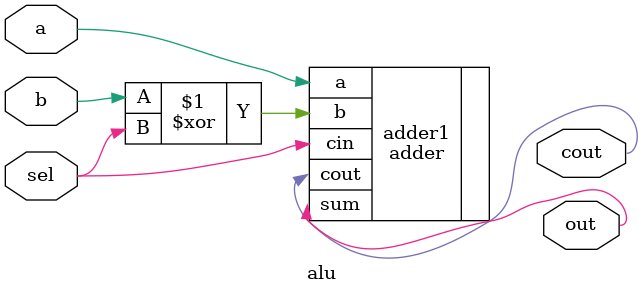
<source format=v>
module alu #(
	parameter BIT_WIDTH = 1
) (
	output wire cout,
	output wire [BIT_WIDTH - 1:0] out,
	input wire [BIT_WIDTH - 1:0] a, b,
	input wire sel
);

	adder #(.BIT_WIDTH(BIT_WIDTH)) adder1 (.cout(cout), .sum(out), .cin(sel), .a(a), .b(b ^ {BIT_WIDTH{sel}}));

endmodule

</source>
